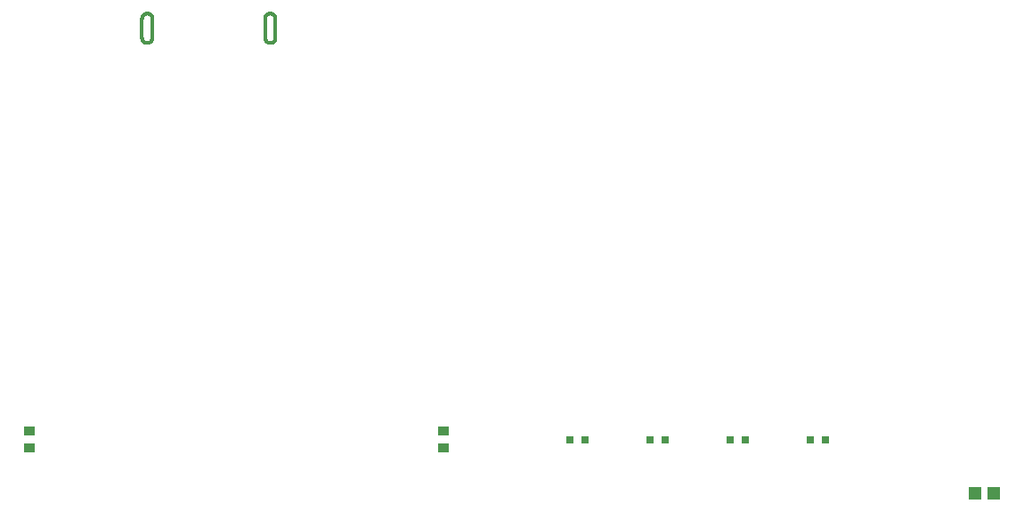
<source format=gbr>
G04 EAGLE Gerber RS-274X export*
G75*
%MOMM*%
%FSLAX34Y34*%
%LPD*%
%INSolderpaste Top*%
%IPPOS*%
%AMOC8*
5,1,8,0,0,1.08239X$1,22.5*%
G01*
%ADD10R,0.800000X0.800000*%
%ADD11R,1.031241X0.949959*%
%ADD12R,1.143000X1.270000*%
%ADD13C,0.300000*%


D10*
X716400Y190500D03*
X731400Y190500D03*
X792600Y190500D03*
X807600Y190500D03*
X868800Y190500D03*
X883800Y190500D03*
X945000Y190500D03*
X960000Y190500D03*
D11*
X203200Y198501D03*
X203200Y182499D03*
X596900Y198501D03*
X596900Y182499D03*
D12*
X1102360Y139700D03*
X1120140Y139700D03*
D13*
X436880Y590660D02*
X436878Y590800D01*
X436872Y590940D01*
X436862Y591080D01*
X436849Y591220D01*
X436831Y591359D01*
X436809Y591498D01*
X436784Y591635D01*
X436755Y591773D01*
X436722Y591909D01*
X436685Y592044D01*
X436644Y592178D01*
X436599Y592311D01*
X436551Y592443D01*
X436499Y592573D01*
X436444Y592702D01*
X436385Y592829D01*
X436322Y592955D01*
X436256Y593079D01*
X436187Y593200D01*
X436114Y593320D01*
X436037Y593438D01*
X435958Y593553D01*
X435875Y593667D01*
X435789Y593777D01*
X435700Y593886D01*
X435608Y593992D01*
X435513Y594095D01*
X435416Y594196D01*
X435315Y594293D01*
X435212Y594388D01*
X435106Y594480D01*
X434997Y594569D01*
X434887Y594655D01*
X434773Y594738D01*
X434658Y594817D01*
X434540Y594894D01*
X434420Y594967D01*
X434299Y595036D01*
X434175Y595102D01*
X434049Y595165D01*
X433922Y595224D01*
X433793Y595279D01*
X433663Y595331D01*
X433531Y595379D01*
X433398Y595424D01*
X433264Y595465D01*
X433129Y595502D01*
X432993Y595535D01*
X432855Y595564D01*
X432718Y595589D01*
X432579Y595611D01*
X432440Y595629D01*
X432300Y595642D01*
X432160Y595652D01*
X432020Y595658D01*
X431880Y595660D01*
X431740Y595658D01*
X431600Y595652D01*
X431460Y595642D01*
X431320Y595629D01*
X431181Y595611D01*
X431042Y595589D01*
X430905Y595564D01*
X430767Y595535D01*
X430631Y595502D01*
X430496Y595465D01*
X430362Y595424D01*
X430229Y595379D01*
X430097Y595331D01*
X429967Y595279D01*
X429838Y595224D01*
X429711Y595165D01*
X429585Y595102D01*
X429461Y595036D01*
X429340Y594967D01*
X429220Y594894D01*
X429102Y594817D01*
X428987Y594738D01*
X428873Y594655D01*
X428763Y594569D01*
X428654Y594480D01*
X428548Y594388D01*
X428445Y594293D01*
X428344Y594196D01*
X428247Y594095D01*
X428152Y593992D01*
X428060Y593886D01*
X427971Y593777D01*
X427885Y593667D01*
X427802Y593553D01*
X427723Y593438D01*
X427646Y593320D01*
X427573Y593200D01*
X427504Y593079D01*
X427438Y592955D01*
X427375Y592829D01*
X427316Y592702D01*
X427261Y592573D01*
X427209Y592443D01*
X427161Y592311D01*
X427116Y592178D01*
X427075Y592044D01*
X427038Y591909D01*
X427005Y591773D01*
X426976Y591635D01*
X426951Y591498D01*
X426929Y591359D01*
X426911Y591220D01*
X426898Y591080D01*
X426888Y590940D01*
X426882Y590800D01*
X426880Y590660D01*
X426880Y572660D01*
X426882Y572520D01*
X426888Y572380D01*
X426898Y572240D01*
X426911Y572100D01*
X426929Y571961D01*
X426951Y571822D01*
X426976Y571685D01*
X427005Y571547D01*
X427038Y571411D01*
X427075Y571276D01*
X427116Y571142D01*
X427161Y571009D01*
X427209Y570877D01*
X427261Y570747D01*
X427316Y570618D01*
X427375Y570491D01*
X427438Y570365D01*
X427504Y570241D01*
X427573Y570120D01*
X427646Y570000D01*
X427723Y569882D01*
X427802Y569767D01*
X427885Y569653D01*
X427971Y569543D01*
X428060Y569434D01*
X428152Y569328D01*
X428247Y569225D01*
X428344Y569124D01*
X428445Y569027D01*
X428548Y568932D01*
X428654Y568840D01*
X428763Y568751D01*
X428873Y568665D01*
X428987Y568582D01*
X429102Y568503D01*
X429220Y568426D01*
X429340Y568353D01*
X429461Y568284D01*
X429585Y568218D01*
X429711Y568155D01*
X429838Y568096D01*
X429967Y568041D01*
X430097Y567989D01*
X430229Y567941D01*
X430362Y567896D01*
X430496Y567855D01*
X430631Y567818D01*
X430767Y567785D01*
X430905Y567756D01*
X431042Y567731D01*
X431181Y567709D01*
X431320Y567691D01*
X431460Y567678D01*
X431600Y567668D01*
X431740Y567662D01*
X431880Y567660D01*
X432020Y567662D01*
X432160Y567668D01*
X432300Y567678D01*
X432440Y567691D01*
X432579Y567709D01*
X432718Y567731D01*
X432855Y567756D01*
X432993Y567785D01*
X433129Y567818D01*
X433264Y567855D01*
X433398Y567896D01*
X433531Y567941D01*
X433663Y567989D01*
X433793Y568041D01*
X433922Y568096D01*
X434049Y568155D01*
X434175Y568218D01*
X434299Y568284D01*
X434420Y568353D01*
X434540Y568426D01*
X434658Y568503D01*
X434773Y568582D01*
X434887Y568665D01*
X434997Y568751D01*
X435106Y568840D01*
X435212Y568932D01*
X435315Y569027D01*
X435416Y569124D01*
X435513Y569225D01*
X435608Y569328D01*
X435700Y569434D01*
X435789Y569543D01*
X435875Y569653D01*
X435958Y569767D01*
X436037Y569882D01*
X436114Y570000D01*
X436187Y570120D01*
X436256Y570241D01*
X436322Y570365D01*
X436385Y570491D01*
X436444Y570618D01*
X436499Y570747D01*
X436551Y570877D01*
X436599Y571009D01*
X436644Y571142D01*
X436685Y571276D01*
X436722Y571411D01*
X436755Y571547D01*
X436784Y571685D01*
X436809Y571822D01*
X436831Y571961D01*
X436849Y572100D01*
X436862Y572240D01*
X436872Y572380D01*
X436878Y572520D01*
X436880Y572660D01*
X436880Y590660D01*
X319880Y590660D02*
X319878Y590800D01*
X319872Y590940D01*
X319862Y591080D01*
X319849Y591220D01*
X319831Y591359D01*
X319809Y591498D01*
X319784Y591635D01*
X319755Y591773D01*
X319722Y591909D01*
X319685Y592044D01*
X319644Y592178D01*
X319599Y592311D01*
X319551Y592443D01*
X319499Y592573D01*
X319444Y592702D01*
X319385Y592829D01*
X319322Y592955D01*
X319256Y593079D01*
X319187Y593200D01*
X319114Y593320D01*
X319037Y593438D01*
X318958Y593553D01*
X318875Y593667D01*
X318789Y593777D01*
X318700Y593886D01*
X318608Y593992D01*
X318513Y594095D01*
X318416Y594196D01*
X318315Y594293D01*
X318212Y594388D01*
X318106Y594480D01*
X317997Y594569D01*
X317887Y594655D01*
X317773Y594738D01*
X317658Y594817D01*
X317540Y594894D01*
X317420Y594967D01*
X317299Y595036D01*
X317175Y595102D01*
X317049Y595165D01*
X316922Y595224D01*
X316793Y595279D01*
X316663Y595331D01*
X316531Y595379D01*
X316398Y595424D01*
X316264Y595465D01*
X316129Y595502D01*
X315993Y595535D01*
X315855Y595564D01*
X315718Y595589D01*
X315579Y595611D01*
X315440Y595629D01*
X315300Y595642D01*
X315160Y595652D01*
X315020Y595658D01*
X314880Y595660D01*
X314740Y595658D01*
X314600Y595652D01*
X314460Y595642D01*
X314320Y595629D01*
X314181Y595611D01*
X314042Y595589D01*
X313905Y595564D01*
X313767Y595535D01*
X313631Y595502D01*
X313496Y595465D01*
X313362Y595424D01*
X313229Y595379D01*
X313097Y595331D01*
X312967Y595279D01*
X312838Y595224D01*
X312711Y595165D01*
X312585Y595102D01*
X312461Y595036D01*
X312340Y594967D01*
X312220Y594894D01*
X312102Y594817D01*
X311987Y594738D01*
X311873Y594655D01*
X311763Y594569D01*
X311654Y594480D01*
X311548Y594388D01*
X311445Y594293D01*
X311344Y594196D01*
X311247Y594095D01*
X311152Y593992D01*
X311060Y593886D01*
X310971Y593777D01*
X310885Y593667D01*
X310802Y593553D01*
X310723Y593438D01*
X310646Y593320D01*
X310573Y593200D01*
X310504Y593079D01*
X310438Y592955D01*
X310375Y592829D01*
X310316Y592702D01*
X310261Y592573D01*
X310209Y592443D01*
X310161Y592311D01*
X310116Y592178D01*
X310075Y592044D01*
X310038Y591909D01*
X310005Y591773D01*
X309976Y591635D01*
X309951Y591498D01*
X309929Y591359D01*
X309911Y591220D01*
X309898Y591080D01*
X309888Y590940D01*
X309882Y590800D01*
X309880Y590660D01*
X309880Y572660D01*
X309882Y572520D01*
X309888Y572380D01*
X309898Y572240D01*
X309911Y572100D01*
X309929Y571961D01*
X309951Y571822D01*
X309976Y571685D01*
X310005Y571547D01*
X310038Y571411D01*
X310075Y571276D01*
X310116Y571142D01*
X310161Y571009D01*
X310209Y570877D01*
X310261Y570747D01*
X310316Y570618D01*
X310375Y570491D01*
X310438Y570365D01*
X310504Y570241D01*
X310573Y570120D01*
X310646Y570000D01*
X310723Y569882D01*
X310802Y569767D01*
X310885Y569653D01*
X310971Y569543D01*
X311060Y569434D01*
X311152Y569328D01*
X311247Y569225D01*
X311344Y569124D01*
X311445Y569027D01*
X311548Y568932D01*
X311654Y568840D01*
X311763Y568751D01*
X311873Y568665D01*
X311987Y568582D01*
X312102Y568503D01*
X312220Y568426D01*
X312340Y568353D01*
X312461Y568284D01*
X312585Y568218D01*
X312711Y568155D01*
X312838Y568096D01*
X312967Y568041D01*
X313097Y567989D01*
X313229Y567941D01*
X313362Y567896D01*
X313496Y567855D01*
X313631Y567818D01*
X313767Y567785D01*
X313905Y567756D01*
X314042Y567731D01*
X314181Y567709D01*
X314320Y567691D01*
X314460Y567678D01*
X314600Y567668D01*
X314740Y567662D01*
X314880Y567660D01*
X315020Y567662D01*
X315160Y567668D01*
X315300Y567678D01*
X315440Y567691D01*
X315579Y567709D01*
X315718Y567731D01*
X315855Y567756D01*
X315993Y567785D01*
X316129Y567818D01*
X316264Y567855D01*
X316398Y567896D01*
X316531Y567941D01*
X316663Y567989D01*
X316793Y568041D01*
X316922Y568096D01*
X317049Y568155D01*
X317175Y568218D01*
X317299Y568284D01*
X317420Y568353D01*
X317540Y568426D01*
X317658Y568503D01*
X317773Y568582D01*
X317887Y568665D01*
X317997Y568751D01*
X318106Y568840D01*
X318212Y568932D01*
X318315Y569027D01*
X318416Y569124D01*
X318513Y569225D01*
X318608Y569328D01*
X318700Y569434D01*
X318789Y569543D01*
X318875Y569653D01*
X318958Y569767D01*
X319037Y569882D01*
X319114Y570000D01*
X319187Y570120D01*
X319256Y570241D01*
X319322Y570365D01*
X319385Y570491D01*
X319444Y570618D01*
X319499Y570747D01*
X319551Y570877D01*
X319599Y571009D01*
X319644Y571142D01*
X319685Y571276D01*
X319722Y571411D01*
X319755Y571547D01*
X319784Y571685D01*
X319809Y571822D01*
X319831Y571961D01*
X319849Y572100D01*
X319862Y572240D01*
X319872Y572380D01*
X319878Y572520D01*
X319880Y572660D01*
X319880Y590660D01*
M02*

</source>
